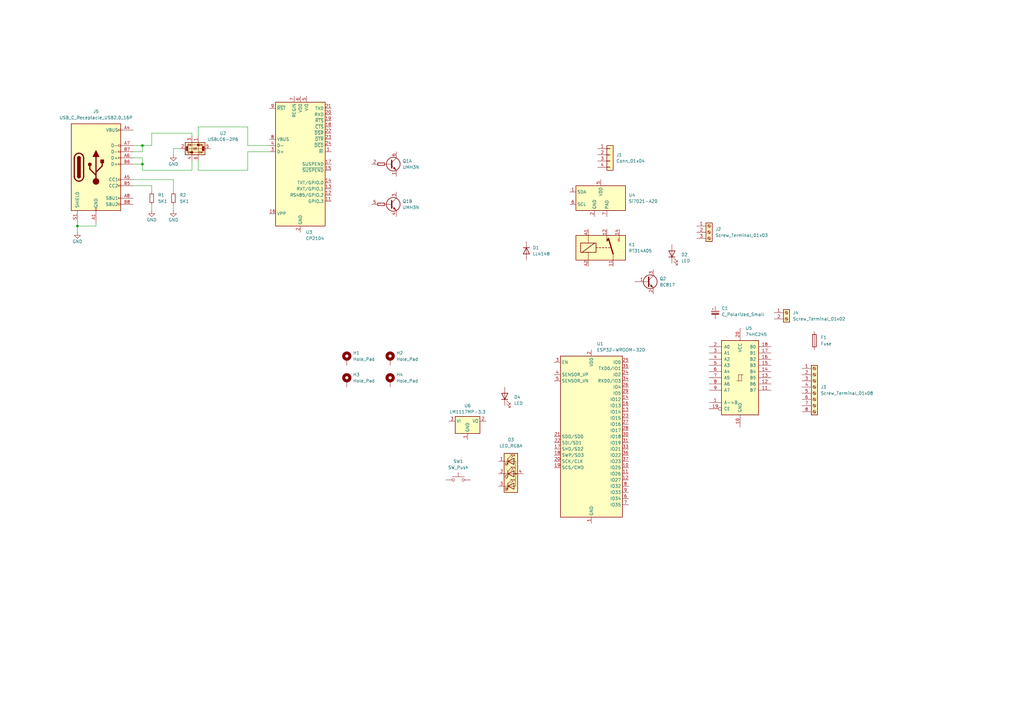
<source format=kicad_sch>
(kicad_sch (version 20231120) (generator "eeschema") (generator_version "8.0")
  (paper "A3")
  (title_block (title "esp32_iot_mortens_lab") (date "2025-02-24") (rev "0.1"))
  (lib_symbols
    (symbol "74xx:74HC245" (pin_names (offset 1.016))
      (property "Reference" "U" (at -7.62 16.51 0))
      (property "Value" "74HC245" (at -7.62 -16.51 0))
      (symbol "74HC245_1_0"
        (polyline (pts (xy -0.635 -1.27) (xy -0.635 1.27) (xy 0.635 1.27)))
        (polyline (pts (xy -1.27 -1.27) (xy 0.635 -1.27) (xy 0.635 1.27) (xy 1.27 1.27)))
        (pin input line (at -12.7 -10.16 0) (length 5.08) (name "A->B") (number "1"))
        (pin power_in line (at 0 -20.32 90) (length 5.08) (name "GND") (number "10"))
        (pin tri_state line (at 12.7 -5.08 180) (length 5.08) (name "B7") (number "11"))
        (pin tri_state line (at 12.7 -2.54 180) (length 5.08) (name "B6") (number "12"))
        (pin tri_state line (at 12.7 0 180) (length 5.08) (name "B5") (number "13"))
        (pin tri_state line (at 12.7 2.54 180) (length 5.08) (name "B4") (number "14"))
        (pin tri_state line (at 12.7 5.08 180) (length 5.08) (name "B3") (number "15"))
        (pin tri_state line (at 12.7 7.62 180) (length 5.08) (name "B2") (number "16"))
        (pin tri_state line (at 12.7 10.16 180) (length 5.08) (name "B1") (number "17"))
        (pin tri_state line (at 12.7 12.7 180) (length 5.08) (name "B0") (number "18"))
        (pin input inverted (at -12.7 -12.7 0) (length 5.08) (name "CE") (number "19"))
        (pin tri_state line (at -12.7 12.7 0) (length 5.08) (name "A0") (number "2"))
        (pin power_in line (at 0 20.32 270) (length 5.08) (name "VCC") (number "20"))
        (pin tri_state line (at -12.7 10.16 0) (length 5.08) (name "A1") (number "3"))
        (pin tri_state line (at -12.7 7.62 0) (length 5.08) (name "A2") (number "4"))
        (pin tri_state line (at -12.7 5.08 0) (length 5.08) (name "A3") (number "5"))
        (pin tri_state line (at -12.7 2.54 0) (length 5.08) (name "A4") (number "6"))
        (pin tri_state line (at -12.7 0 0) (length 5.08) (name "A5") (number "7"))
        (pin tri_state line (at -12.7 -2.54 0) (length 5.08) (name "A6") (number "8"))
        (pin tri_state line (at -12.7 -5.08 0) (length 5.08) (name "A7") (number "9"))
      )
      (symbol "74HC245_1_1"
        (rectangle (start -7.62 15.24) (end 7.62 -15.24) (stroke (width 0.254)) (fill (type background)))
      )
    )
    (symbol "Connector:Screw_Terminal_01x02" (pin_names (offset 1.016) hide)
      (property "Reference" "J" (at 0 2.54 0))
      (property "Value" "Screw_Terminal_01x02" (at 0 -5.08 0))
      (symbol "Screw_Terminal_01x02_1_1"
        (rectangle (start -1.27 1.27) (end 1.27 -3.81) (stroke (width 0.254)) (fill (type background)))
        (circle (center 0 -2.54) (radius 0.635) (stroke (width 0.1524)))
        (polyline (pts (xy -0.5334 -2.2098) (xy 0.3302 -3.048)) (stroke (width 0.1524)))
        (polyline (pts (xy -0.5334 0.3302) (xy 0.3302 -0.508)) (stroke (width 0.1524)))
        (polyline (pts (xy -0.3556 -2.032) (xy 0.508 -2.8702)) (stroke (width 0.1524)))
        (polyline (pts (xy -0.3556 0.508) (xy 0.508 -0.3302)) (stroke (width 0.1524)))
        (circle (center 0 0) (radius 0.635) (stroke (width 0.1524)))
        (pin passive line (at -5.08 0 0) (length 3.81) (name "Pin_1") (number "1"))
        (pin passive line (at -5.08 -2.54 0) (length 3.81) (name "Pin_2") (number "2"))
      )
    )
    (symbol "Connector:Screw_Terminal_01x03" (pin_names (offset 1.016) hide)
      (property "Reference" "J" (at 0 5.08 0))
      (property "Value" "Screw_Terminal_01x03" (at 0 -5.08 0))
      (symbol "Screw_Terminal_01x03_1_1"
        (rectangle (start -1.27 3.81) (end 1.27 -3.81) (stroke (width 0.254)) (fill (type background)))
        (circle (center 0 -2.54) (radius 0.635) (stroke (width 0.1524)))
        (polyline (pts (xy -0.5334 -2.2098) (xy 0.3302 -3.048)) (stroke (width 0.1524)))
        (polyline (pts (xy -0.5334 0.3302) (xy 0.3302 -0.508)) (stroke (width 0.1524)))
        (polyline (pts (xy -0.5334 2.8702) (xy 0.3302 2.032)) (stroke (width 0.1524)))
        (polyline (pts (xy -0.3556 -2.032) (xy 0.508 -2.8702)) (stroke (width 0.1524)))
        (polyline (pts (xy -0.3556 0.508) (xy 0.508 -0.3302)) (stroke (width 0.1524)))
        (polyline (pts (xy -0.3556 3.048) (xy 0.508 2.2098)) (stroke (width 0.1524)))
        (circle (center 0 0) (radius 0.635) (stroke (width 0.1524)))
        (circle (center 0 2.54) (radius 0.635) (stroke (width 0.1524)))
        (pin passive line (at -5.08 2.54 0) (length 3.81) (name "Pin_1") (number "1"))
        (pin passive line (at -5.08 0 0) (length 3.81) (name "Pin_2") (number "2"))
        (pin passive line (at -5.08 -2.54 0) (length 3.81) (name "Pin_3") (number "3"))
      )
    )
    (symbol "Connector:Screw_Terminal_01x08" (pin_names (offset 1.016) hide)
      (property "Reference" "J" (at 0 10.16 0))
      (property "Value" "Screw_Terminal_01x08" (at 0 -12.7 0))
      (symbol "Screw_Terminal_01x08_1_1"
        (rectangle (start -1.27 8.89) (end 1.27 -11.43) (stroke (width 0.254)) (fill (type background)))
        (circle (center 0 -10.16) (radius 0.635) (stroke (width 0.1524)))
        (circle (center 0 -7.62) (radius 0.635) (stroke (width 0.1524)))
        (circle (center 0 -5.08) (radius 0.635) (stroke (width 0.1524)))
        (circle (center 0 -2.54) (radius 0.635) (stroke (width 0.1524)))
        (polyline (pts (xy -0.5334 -9.8298) (xy 0.3302 -10.668)) (stroke (width 0.1524)))
        (polyline (pts (xy -0.5334 -7.2898) (xy 0.3302 -8.128)) (stroke (width 0.1524)))
        (polyline (pts (xy -0.5334 -4.7498) (xy 0.3302 -5.588)) (stroke (width 0.1524)))
        (polyline (pts (xy -0.5334 -2.2098) (xy 0.3302 -3.048)) (stroke (width 0.1524)))
        (polyline (pts (xy -0.5334 0.3302) (xy 0.3302 -0.508)) (stroke (width 0.1524)))
        (polyline (pts (xy -0.5334 2.8702) (xy 0.3302 2.032)) (stroke (width 0.1524)))
        (polyline (pts (xy -0.5334 5.4102) (xy 0.3302 4.572)) (stroke (width 0.1524)))
        (polyline (pts (xy -0.5334 7.9502) (xy 0.3302 7.112)) (stroke (width 0.1524)))
        (polyline (pts (xy -0.3556 -9.652) (xy 0.508 -10.4902)) (stroke (width 0.1524)))
        (polyline (pts (xy -0.3556 -7.112) (xy 0.508 -7.9502)) (stroke (width 0.1524)))
        (polyline (pts (xy -0.3556 -4.572) (xy 0.508 -5.4102)) (stroke (width 0.1524)))
        (polyline (pts (xy -0.3556 -2.032) (xy 0.508 -2.8702)) (stroke (width 0.1524)))
        (polyline (pts (xy -0.3556 0.508) (xy 0.508 -0.3302)) (stroke (width 0.1524)))
        (polyline (pts (xy -0.3556 3.048) (xy 0.508 2.2098)) (stroke (width 0.1524)))
        (polyline (pts (xy -0.3556 5.588) (xy 0.508 4.7498)) (stroke (width 0.1524)))
        (polyline (pts (xy -0.3556 8.128) (xy 0.508 7.2898)) (stroke (width 0.1524)))
        (circle (center 0 0) (radius 0.635) (stroke (width 0.1524)))
        (circle (center 0 2.54) (radius 0.635) (stroke (width 0.1524)))
        (circle (center 0 5.08) (radius 0.635) (stroke (width 0.1524)))
        (circle (center 0 7.62) (radius 0.635) (stroke (width 0.1524)))
        (pin passive line (at -5.08 7.62 0) (length 3.81) (name "Pin_1") (number "1"))
        (pin passive line (at -5.08 5.08 0) (length 3.81) (name "Pin_2") (number "2"))
        (pin passive line (at -5.08 2.54 0) (length 3.81) (name "Pin_3") (number "3"))
        (pin passive line (at -5.08 0 0) (length 3.81) (name "Pin_4") (number "4"))
        (pin passive line (at -5.08 -2.54 0) (length 3.81) (name "Pin_5") (number "5"))
        (pin passive line (at -5.08 -5.08 0) (length 3.81) (name "Pin_6") (number "6"))
        (pin passive line (at -5.08 -7.62 0) (length 3.81) (name "Pin_7") (number "7"))
        (pin passive line (at -5.08 -10.16 0) (length 3.81) (name "Pin_8") (number "8"))
      )
    )
    (symbol "Connector:USB_C_Receptacle_USB2.0_16P" (pin_names (offset 1.016))
      (property "Reference" "J5" (at 0 22.86 0))
      (property "Value" "USB_C_Receptacle_USB2.0_16P" (at 0 20.32 0))
      (symbol "USB_C_Receptacle_USB2.0_16P_0_0"
        (rectangle (start -0.254 -17.78) (end 0.254 -16.764))
        (rectangle (start 9.144 -4.826) (end 10.16 -5.334))
        (rectangle (start 9.144 1.524) (end 10.16 1.016))
        (rectangle (start 10.16 -14.986) (end 9.144 -15.494))
        (rectangle (start 10.16 -12.446) (end 9.144 -12.954))
        (rectangle (start 10.16 -7.366) (end 9.144 -7.874))
        (rectangle (start 10.16 4.064) (end 9.144 3.556))
        (rectangle (start 10.16 6.604) (end 9.144 6.096))
        (rectangle (start 10.16 9.144) (end 9.144 8.636))
        (rectangle (start 10.16 15.494) (end 9.144 14.986))
      )
      (symbol "USB_C_Receptacle_USB2.0_16P_0_1"
        (rectangle (start -10.16 17.78) (end 10.16 -17.78) (stroke (width 0.254)) (fill (type background)))
        (arc (start -8.89 -3.81) (mid -6.985 -5.7067) (end -5.08 -3.81) (stroke (width 0.508)))
        (arc (start -7.62 -3.81) (mid -6.985 -4.4423) (end -6.35 -3.81) (stroke (width 0.254)))
        (arc (start -7.62 -3.81) (mid -6.985 -4.4423) (end -6.35 -3.81) (stroke (width 0.254)) (fill (type outline)))
        (rectangle (start -7.62 -3.81) (end -6.35 3.81) (stroke (width 0.254)) (fill (type outline)))
        (arc (start -6.35 3.81) (mid -6.985 4.4423) (end -7.62 3.81) (stroke (width 0.254)))
        (arc (start -6.35 3.81) (mid -6.985 4.4423) (end -7.62 3.81) (stroke (width 0.254)) (fill (type outline)))
        (arc (start -5.08 3.81) (mid -6.985 5.7067) (end -8.89 3.81) (stroke (width 0.508)))
        (circle (center -2.54 1.143) (radius 0.635) (stroke (width 0.254)) (fill (type outline)))
        (circle (center 0 -5.842) (radius 1.27) (fill (type outline)))
        (polyline (pts (xy -8.89 -3.81) (xy -8.89 3.81)) (stroke (width 0.508)))
        (polyline (pts (xy -5.08 3.81) (xy -5.08 -3.81)) (stroke (width 0.508)))
        (polyline (pts (xy 0 -5.842) (xy 0 4.318)) (stroke (width 0.508)))
        (polyline (pts (xy 0 -3.302) (xy -2.54 -0.762) (xy -2.54 0.508)) (stroke (width 0.508)))
        (polyline (pts (xy 0 -2.032) (xy 2.54 0.508) (xy 2.54 1.778)) (stroke (width 0.508)))
        (polyline (pts (xy -1.27 4.318) (xy 0 6.858) (xy 1.27 4.318) (xy -1.27 4.318)) (stroke (width 0.254)) (fill (type outline)))
        (rectangle (start 1.905 1.778) (end 3.175 3.048) (stroke (width 0.254)) (fill (type outline)))
      )
      (symbol "USB_C_Receptacle_USB2.0_16P_1_1"
        (pin passive line (at 0 -22.86 90) (length 5.08) (name "GND") (number "A1"))
        (pin passive line (at 0 -22.86 90) (length 5.08) hide (name "GND") (number "A12"))
        (pin passive line (at 15.24 15.24 180) (length 5.08) (name "VBUS") (number "A4"))
        (pin bidirectional line (at 15.24 -5.08 180) (length 5.08) (name "CC1") (number "A5"))
        (pin bidirectional line (at 15.24 3.81 180) (length 5.08) (name "D+") (number "A6"))
        (pin bidirectional line (at 15.24 8.89 180) (length 5.08) (name "D-") (number "A7"))
        (pin bidirectional line (at 15.24 -12.7 180) (length 5.08) (name "SBU1") (number "A8"))
        (pin passive line (at 15.24 15.24 180) (length 5.08) hide (name "VBUS") (number "A9"))
        (pin passive line (at 0 -22.86 90) (length 5.08) hide (name "GND") (number "B1"))
        (pin passive line (at 0 -22.86 90) (length 5.08) hide (name "GND") (number "B12"))
        (pin passive line (at 15.24 15.24 180) (length 5.08) hide (name "VBUS") (number "B4"))
        (pin bidirectional line (at 15.24 -7.62 180) (length 5.08) (name "CC2") (number "B5"))
        (pin bidirectional line (at 15.24 1.27 180) (length 5.08) (name "D+") (number "B6"))
        (pin bidirectional line (at 15.24 6.35 180) (length 5.08) (name "D-") (number "B7"))
        (pin bidirectional line (at 15.24 -15.24 180) (length 5.08) (name "SBU2") (number "B8"))
        (pin passive line (at 15.24 15.24 180) (length 5.08) hide (name "VBUS") (number "B9"))
        (pin passive line (at -7.62 -22.86 90) (length 5.08) (name "SHIELD") (number "S1"))
      )
    )
    (symbol "Connector_Generic:Conn_01x04" (pin_names (offset 1.016) hide)
      (property "Reference" "J" (at 0 5.08 0))
      (property "Value" "Conn_01x04" (at 0 -7.62 0))
      (symbol "Conn_01x04_1_1"
        (rectangle (start -1.27 -4.953) (end 0 -5.207) (stroke (width 0.1524)))
        (rectangle (start -1.27 -2.413) (end 0 -2.667) (stroke (width 0.1524)))
        (rectangle (start -1.27 0.127) (end 0 -0.127) (stroke (width 0.1524)))
        (rectangle (start -1.27 2.667) (end 0 2.413) (stroke (width 0.1524)))
        (rectangle (start -1.27 3.81) (end 1.27 -6.35) (stroke (width 0.254)) (fill (type background)))
        (pin passive line (at -5.08 2.54 0) (length 3.81) (name "Pin_1") (number "1"))
        (pin passive line (at -5.08 0 0) (length 3.81) (name "Pin_2") (number "2"))
        (pin passive line (at -5.08 -2.54 0) (length 3.81) (name "Pin_3") (number "3"))
        (pin passive line (at -5.08 -5.08 0) (length 3.81) (name "Pin_4") (number "4"))
      )
    )
    (symbol "Device:C_Polarized_Small" (pin_numbers hide) (pin_names (offset 0.254) hide)
      (property "Reference" "C" (at 0.254 1.778 0))
      (property "Value" "C_Polarized_Small" (at 0.254 -2.032 0))
      (symbol "C_Polarized_Small_0_1"
        (rectangle (start -1.524 -0.3048) (end 1.524 -0.6858) (fill (type outline)))
        (rectangle (start -1.524 0.6858) (end 1.524 0.3048))
        (polyline (pts (xy -1.27 1.524) (xy -0.762 1.524)))
        (polyline (pts (xy -1.016 1.27) (xy -1.016 1.778)))
      )
      (symbol "C_Polarized_Small_1_1"
        (pin passive line (at 0 2.54 270) (length 1.8542) (name "~") (number "1"))
        (pin passive line (at 0 -2.54 90) (length 1.8542) (name "~") (number "2"))
      )
    )
    (symbol "Device:Fuse" (pin_numbers hide) (pin_names (offset 0))
      (property "Reference" "F" (at 2.032 0 90))
      (property "Value" "Fuse" (at -1.905 0 90))
      (symbol "Fuse_0_1"
        (rectangle (start -0.762 -2.54) (end 0.762 2.54) (stroke (width 0.254)))
        (polyline (pts (xy 0 2.54) (xy 0 -2.54)))
      )
      (symbol "Fuse_1_1"
        (pin passive line (at 0 3.81 270) (length 1.27) (name "~") (number "1"))
        (pin passive line (at 0 -3.81 90) (length 1.27) (name "~") (number "2"))
      )
    )
    (symbol "Device:LED" (pin_numbers hide) (pin_names (offset 1.016) hide)
      (property "Reference" "D" (at 0 2.54 0))
      (property "Value" "LED" (at 0 -2.54 0))
      (symbol "LED_0_1"
        (polyline (pts (xy -1.27 -1.27) (xy -1.27 1.27)) (stroke (width 0.254)))
        (polyline (pts (xy -1.27 0) (xy 1.27 0)))
        (polyline (pts (xy 1.27 -1.27) (xy 1.27 1.27) (xy -1.27 0) (xy 1.27 -1.27)) (stroke (width 0.254)))
        (polyline (pts (xy -3.048 -0.762) (xy -4.572 -2.286) (xy -3.81 -2.286) (xy -4.572 -2.286) (xy -4.572 -1.524)))
        (polyline (pts (xy -1.778 -0.762) (xy -3.302 -2.286) (xy -2.54 -2.286) (xy -3.302 -2.286) (xy -3.302 -1.524)))
      )
      (symbol "LED_1_1"
        (pin passive line (at -3.81 0 0) (length 2.54) (name "K") (number "1"))
        (pin passive line (at 3.81 0 180) (length 2.54) (name "A") (number "2"))
      )
    )
    (symbol "Device:LED_RGBA" (pin_names (offset 0) hide)
      (property "Reference" "D" (at 0 9.398 0))
      (property "Value" "LED_RGBA" (at 0 -8.89 0))
      (symbol "LED_RGBA_0_0"
        (text "B" (at -1.905 -6.35 0) (effects (font (size 1.27 1.27))))
        (text "G" (at -1.905 -1.27 0) (effects (font (size 1.27 1.27))))
        (text "R" (at -1.905 3.81 0) (effects (font (size 1.27 1.27))))
      )
      (symbol "LED_RGBA_0_1"
        (polyline (pts (xy -1.27 -5.08) (xy -2.54 -5.08)))
        (polyline (pts (xy -1.27 -5.08) (xy 1.27 -5.08)))
        (polyline (pts (xy -1.27 -3.81) (xy -1.27 -6.35)) (stroke (width 0.254)))
        (polyline (pts (xy -1.27 0) (xy -2.54 0)))
        (polyline (pts (xy -1.27 1.27) (xy -1.27 -1.27)) (stroke (width 0.254)))
        (polyline (pts (xy -1.27 5.08) (xy -2.54 5.08)))
        (polyline (pts (xy -1.27 5.08) (xy 1.27 5.08)))
        (polyline (pts (xy -1.27 6.35) (xy -1.27 3.81)) (stroke (width 0.254)))
        (polyline (pts (xy 1.27 0) (xy -1.27 0)))
        (polyline (pts (xy 1.27 0) (xy 2.54 0)))
        (polyline (pts (xy -1.27 1.27) (xy -1.27 -1.27) (xy -1.27 -1.27)))
        (polyline (pts (xy -1.27 6.35) (xy -1.27 3.81) (xy -1.27 3.81)))
        (polyline (pts (xy 1.27 -5.08) (xy 2.032 -5.08) (xy 2.032 5.08) (xy 1.27 5.08)))
        (polyline (pts (xy 1.27 -3.81) (xy 1.27 -6.35) (xy -1.27 -5.08) (xy 1.27 -3.81)) (stroke (width 0.254)))
        (polyline (pts (xy 1.27 1.27) (xy 1.27 -1.27) (xy -1.27 0) (xy 1.27 1.27)) (stroke (width 0.254)))
        (polyline (pts (xy 1.27 6.35) (xy 1.27 3.81) (xy -1.27 5.08) (xy 1.27 6.35)) (stroke (width 0.254)))
        (polyline (pts (xy -1.016 -3.81) (xy 0.508 -2.286) (xy -0.254 -2.286) (xy 0.508 -2.286) (xy 0.508 -3.048)))
        (polyline (pts (xy -1.016 1.27) (xy 0.508 2.794) (xy -0.254 2.794) (xy 0.508 2.794) (xy 0.508 2.032)))
        (polyline (pts (xy -1.016 6.35) (xy 0.508 7.874) (xy -0.254 7.874) (xy 0.508 7.874) (xy 0.508 7.112)))
        (polyline (pts (xy 0 -3.81) (xy 1.524 -2.286) (xy 0.762 -2.286) (xy 1.524 -2.286) (xy 1.524 -3.048)))
        (polyline (pts (xy 0 1.27) (xy 1.524 2.794) (xy 0.762 2.794) (xy 1.524 2.794) (xy 1.524 2.032)))
        (polyline (pts (xy 0 6.35) (xy 1.524 7.874) (xy 0.762 7.874) (xy 1.524 7.874) (xy 1.524 7.112)))
        (rectangle (start 1.27 -1.27) (end 1.27 1.27))
        (rectangle (start 1.27 1.27) (end 1.27 1.27))
        (rectangle (start 1.27 3.81) (end 1.27 6.35))
        (rectangle (start 1.27 6.35) (end 1.27 6.35))
        (circle (center 2.032 0) (radius 0.254) (fill (type outline)))
        (rectangle (start 2.794 8.382) (end -2.794 -7.62) (stroke (width 0.254)) (fill (type background)))
      )
      (symbol "LED_RGBA_1_1"
        (pin passive line (at -5.08 5.08 0) (length 2.54) (name "RK") (number "1"))
        (pin passive line (at -5.08 0 0) (length 2.54) (name "GK") (number "2"))
        (pin passive line (at -5.08 -5.08 0) (length 2.54) (name "BK") (number "3"))
        (pin passive line (at 5.08 0 180) (length 2.54) (name "A") (number "4"))
      )
    )
    (symbol "Device:R_Small" (pin_numbers hide) (pin_names (offset 0.254) hide)
      (property "Reference" "R" (at 0.762 0.508 0))
      (property "Value" "R_Small" (at 0.762 -1.016 0))
      (symbol "R_Small_0_1"
        (rectangle (start -0.762 1.778) (end 0.762 -1.778) (stroke (width 0.2032)))
      )
      (symbol "R_Small_1_1"
        (pin passive line (at 0 2.54 270) (length 0.762) (name "~") (number "1"))
        (pin passive line (at 0 -2.54 90) (length 0.762) (name "~") (number "2"))
      )
    )
    (symbol "Diode:LL4148" (pin_numbers hide) (pin_names hide)
      (property "Reference" "D" (at 0 2.54 0))
      (property "Value" "LL4148" (at 0 -2.54 0))
      (symbol "LL4148_0_1"
        (polyline (pts (xy -1.27 1.27) (xy -1.27 -1.27)) (stroke (width 0.254)))
        (polyline (pts (xy 1.27 0) (xy -1.27 0)))
        (polyline (pts (xy 1.27 1.27) (xy 1.27 -1.27) (xy -1.27 0) (xy 1.27 1.27)) (stroke (width 0.254)))
      )
      (symbol "LL4148_1_1"
        (pin passive line (at -3.81 0 0) (length 2.54) (name "K") (number "1"))
        (pin passive line (at 3.81 0 180) (length 2.54) (name "A") (number "2"))
      )
    )
    (symbol "Interface_USB:CP2104"
      (property "Reference" "U" (at -5.08 28.575 0))
      (property "Value" "CP2104" (at -5.08 26.67 0))
      (symbol "CP2104_1_1"
        (rectangle (start -10.16 25.4) (end 10.16 -25.4) (stroke (width 0.254)) (fill (type background)))
        (pin input line (at 12.7 5.08 180) (length 2.54) (name "~{RI}") (number "1"))
        (pin no_connect line (at 10.16 -20.32 180) (length 2.54) hide (name "NC") (number "10"))
        (pin bidirectional line (at 12.7 -15.24 180) (length 2.54) (name "GPIO.3") (number "11"))
        (pin bidirectional line (at 12.7 -12.7 180) (length 2.54) (name "RS485/GPIO.2") (number "12"))
        (pin bidirectional line (at 12.7 -10.16 180) (length 2.54) (name "RXT/GPIO.1") (number "13"))
        (pin bidirectional line (at 12.7 -7.62 180) (length 2.54) (name "TXT/GPIO.0") (number "14"))
        (pin output line (at 12.7 -2.54 180) (length 2.54) (name "~{SUSPEND}") (number "15"))
        (pin passive line (at -12.7 -20.32 0) (length 2.54) (name "VPP") (number "16"))
        (pin output line (at 12.7 0 180) (length 2.54) (name "SUSPEND") (number "17"))
        (pin input line (at 12.7 15.24 180) (length 2.54) (name "~{CTS}") (number "18"))
        (pin output line (at 12.7 17.78 180) (length 2.54) (name "~{RTS}") (number "19"))
        (pin power_in line (at 0 -27.94 90) (length 2.54) (name "GND") (number "2"))
        (pin input line (at 12.7 20.32 180) (length 2.54) (name "RXD") (number "20"))
        (pin output line (at 12.7 22.86 180) (length 2.54) (name "TXD") (number "21"))
        (pin input line (at 12.7 12.7 180) (length 2.54) (name "~{DSR}") (number "22"))
        (pin output line (at 12.7 10.16 180) (length 2.54) (name "~{DTR}") (number "23"))
        (pin input line (at 12.7 7.62 180) (length 2.54) (name "~{DCD}") (number "24"))
        (pin passive line (at 0 -27.94 90) (length 2.54) hide (name "GND") (number "25"))
        (pin bidirectional line (at -12.7 5.08 0) (length 2.54) (name "D+") (number "3"))
        (pin bidirectional line (at -12.7 7.62 0) (length 2.54) (name "D-") (number "4"))
        (pin power_in line (at 2.54 27.94 270) (length 2.54) (name "VIO") (number "5"))
        (pin power_in line (at 0 27.94 270) (length 2.54) (name "VDD") (number "6"))
        (pin power_in line (at -2.54 27.94 270) (length 2.54) (name "REGIN") (number "7"))
        (pin input line (at -12.7 10.16 0) (length 2.54) (name "VBUS") (number "8"))
        (pin bidirectional line (at -12.7 22.86 0) (length 2.54) (name "~{RST}") (number "9"))
      )
    )
    (symbol "Mechanical:MountingHole_Pad" (pin_numbers hide) (pin_names (offset 1.016) hide) (exclude_from_sim yes) (in_bom no)
      (property "Reference" "H" (at 0 6.35 0))
      (property "Value" "MountingHole_Pad" (at 0 4.445 0))
      (symbol "MountingHole_Pad_0_1"
        (circle (center 0 1.27) (radius 1.27) (stroke (width 1.27)))
      )
      (symbol "MountingHole_Pad_1_1"
        (pin input line (at 0 -2.54 90) (length 2.54) (name "1") (number "1"))
      )
    )
    (symbol "Power_Protection:USBLC6-2P6" (pin_names hide)
      (property "Reference" "U" (at 0.635 5.715 0))
      (property "Value" "USBLC6-2P6" (at 0.635 3.81 0))
      (symbol "USBLC6-2P6_0_0"
        (circle (center -1.524 0) (radius 0.0001) (stroke (width 0.508)))
        (circle (center -0.508 -4.572) (radius 0.0001) (stroke (width 0.508)))
        (circle (center -0.508 2.032) (radius 0.0001) (stroke (width 0.508)))
        (circle (center 0.508 -4.572) (radius 0.0001) (stroke (width 0.508)))
        (circle (center 0.508 2.032) (radius 0.0001) (stroke (width 0.508)))
        (circle (center 1.524 -2.54) (radius 0.0001) (stroke (width 0.508)))
      )
      (symbol "USBLC6-2P6_0_1"
        (polyline (pts (xy -2.54 -2.54) (xy 2.54 -2.54)))
        (polyline (pts (xy -2.54 0) (xy 2.54 0)))
        (polyline (pts (xy -2.032 -3.048) (xy -1.016 -3.048)))
        (polyline (pts (xy -1.016 1.524) (xy -2.032 1.524)))
        (polyline (pts (xy 1.016 -3.048) (xy 2.032 -3.048)))
        (polyline (pts (xy 1.016 1.524) (xy 2.032 1.524)))
        (polyline (pts (xy -0.508 -1.143) (xy -0.508 -0.762) (xy 0.508 -0.762)))
        (polyline (pts (xy -2.032 0.508) (xy -1.016 0.508) (xy -1.524 1.524) (xy -2.032 0.508)))
        (polyline (pts (xy -1.016 -4.064) (xy -2.032 -4.064) (xy -1.524 -3.048) (xy -1.016 -4.064)))
        (polyline (pts (xy 0.508 -1.778) (xy -0.508 -1.778) (xy 0 -0.762) (xy 0.508 -1.778)))
        (polyline (pts (xy 2.032 -4.064) (xy 1.016 -4.064) (xy 1.524 -3.048) (xy 2.032 -4.064)))
        (polyline (pts (xy 2.032 0.508) (xy 1.016 0.508) (xy 1.524 1.524) (xy 2.032 0.508)))
        (polyline (pts (xy 0 2.54) (xy -0.508 2.032) (xy 0.508 2.032) (xy 0 1.524) (xy 0 -4.064) (xy -0.508 -4.572) (xy 0.508 -4.572) (xy 0 -5.08)))
      )
      (symbol "USBLC6-2P6_1_1"
        (rectangle (start -2.54 2.794) (end 2.54 -5.334) (stroke (width 0.254)) (fill (type background)))
        (polyline (pts (xy -0.508 2.032) (xy -1.524 2.032) (xy -1.524 -4.572) (xy -0.508 -4.572)))
        (polyline (pts (xy 0.508 -4.572) (xy 1.524 -4.572) (xy 1.524 2.032) (xy 0.508 2.032)))
        (pin passive line (at -5.08 0 0) (length 2.54) (name "I/O1") (number "1"))
        (pin passive line (at 0 -7.62 90) (length 2.54) (name "GND") (number "2"))
        (pin passive line (at -5.08 -2.54 0) (length 2.54) (name "I/O2") (number "3"))
        (pin passive line (at 5.08 -2.54 180) (length 2.54) (name "I/O2") (number "4"))
        (pin passive line (at 0 5.08 270) (length 2.54) (name "VBUS") (number "5"))
        (pin passive line (at 5.08 0 180) (length 2.54) (name "I/O1") (number "6"))
      )
    )
    (symbol "RF_Module:ESP32-WROOM-32D"
      (property "Reference" "U" (at -12.7 34.29 0))
      (property "Value" "ESP32-WROOM-32D" (at 1.27 34.29 0))
      (symbol "ESP32-WROOM-32D_0_1"
        (rectangle (start -12.7 33.02) (end 12.7 -33.02) (stroke (width 0.254)) (fill (type background)))
      )
      (symbol "ESP32-WROOM-32D_1_1"
        (pin power_in line (at 0 -35.56 90) (length 2.54) (name "GND") (number "1"))
        (pin bidirectional line (at 15.24 -12.7 180) (length 2.54) (name "IO25") (number "10"))
        (pin bidirectional line (at 15.24 -15.24 180) (length 2.54) (name "IO26") (number "11"))
        (pin bidirectional line (at 15.24 -17.78 180) (length 2.54) (name "IO27") (number "12"))
        (pin bidirectional line (at 15.24 10.16 180) (length 2.54) (name "IO14") (number "13"))
        (pin bidirectional line (at 15.24 15.24 180) (length 2.54) (name "IO12") (number "14"))
        (pin passive line (at 0 -35.56 90) (length 2.54) hide (name "GND") (number "15"))
        (pin bidirectional line (at 15.24 12.7 180) (length 2.54) (name "IO13") (number "16"))
        (pin bidirectional line (at -15.24 -5.08 0) (length 2.54) (name "SHD/SD2") (number "17"))
        (pin bidirectional line (at -15.24 -7.62 0) (length 2.54) (name "SWP/SD3") (number "18"))
        (pin bidirectional line (at -15.24 -12.7 0) (length 2.54) (name "SCS/CMD") (number "19"))
        (pin power_in line (at 0 35.56 270) (length 2.54) (name "VDD") (number "2"))
        (pin bidirectional line (at -15.24 -10.16 0) (length 2.54) (name "SCK/CLK") (number "20"))
        (pin bidirectional line (at -15.24 0 0) (length 2.54) (name "SDO/SD0") (number "21"))
        (pin bidirectional line (at -15.24 -2.54 0) (length 2.54) (name "SDI/SD1") (number "22"))
        (pin bidirectional line (at 15.24 7.62 180) (length 2.54) (name "IO15") (number "23"))
        (pin bidirectional line (at 15.24 25.4 180) (length 2.54) (name "IO2") (number "24"))
        (pin bidirectional line (at 15.24 30.48 180) (length 2.54) (name "IO0") (number "25"))
        (pin bidirectional line (at 15.24 20.32 180) (length 2.54) (name "IO4") (number "26"))
        (pin bidirectional line (at 15.24 5.08 180) (length 2.54) (name "IO16") (number "27"))
        (pin bidirectional line (at 15.24 2.54 180) (length 2.54) (name "IO17") (number "28"))
        (pin bidirectional line (at 15.24 17.78 180) (length 2.54) (name "IO5") (number "29"))
        (pin input line (at -15.24 30.48 0) (length 2.54) (name "EN") (number "3"))
        (pin bidirectional line (at 15.24 0 180) (length 2.54) (name "IO18") (number "30"))
        (pin bidirectional line (at 15.24 -2.54 180) (length 2.54) (name "IO19") (number "31"))
        (pin no_connect line (at -12.7 -27.94 0) (length 2.54) hide (name "NC") (number "32"))
        (pin bidirectional line (at 15.24 -5.08 180) (length 2.54) (name "IO21") (number "33"))
        (pin bidirectional line (at 15.24 22.86 180) (length 2.54) (name "RXD0/IO3") (number "34"))
        (pin bidirectional line (at 15.24 27.94 180) (length 2.54) (name "TXD0/IO1") (number "35"))
        (pin bidirectional line (at 15.24 -7.62 180) (length 2.54) (name "IO22") (number "36"))
        (pin bidirectional line (at 15.24 -10.16 180) (length 2.54) (name "IO23") (number "37"))
        (pin passive line (at 0 -35.56 90) (length 2.54) hide (name "GND") (number "38"))
        (pin passive line (at 0 -35.56 90) (length 2.54) hide (name "GND") (number "39"))
        (pin input line (at -15.24 25.4 0) (length 2.54) (name "SENSOR_VP") (number "4"))
        (pin input line (at -15.24 22.86 0) (length 2.54) (name "SENSOR_VN") (number "5"))
        (pin input line (at 15.24 -25.4 180) (length 2.54) (name "IO34") (number "6"))
        (pin input line (at 15.24 -27.94 180) (length 2.54) (name "IO35") (number "7"))
        (pin bidirectional line (at 15.24 -20.32 180) (length 2.54) (name "IO32") (number "8"))
        (pin bidirectional line (at 15.24 -22.86 180) (length 2.54) (name "IO33") (number "9"))
      )
    )
    (symbol "Regulator_Linear:LM1117MP-3.3"
      (property "Reference" "U" (at -3.81 3.175 0))
      (property "Value" "LM1117MP-3.3" (at 0 3.175 0))
      (symbol "LM1117MP-3.3_0_1"
        (rectangle (start -5.08 -5.08) (end 5.08 1.905) (stroke (width 0.254)) (fill (type background)))
      )
      (symbol "LM1117MP-3.3_1_1"
        (pin power_in line (at 0 -7.62 90) (length 2.54) (name "GND") (number "1"))
        (pin power_out line (at 7.62 0 180) (length 2.54) (name "VO") (number "2"))
        (pin power_in line (at -7.62 0 0) (length 2.54) (name "VI") (number "3"))
      )
    )
    (symbol "Relay:RT314A05"
      (property "Reference" "K" (at 11.43 3.81 0))
      (property "Value" "RT314A05" (at 11.43 1.27 0))
      (symbol "RT314A05_0_0"
        (polyline (pts (xy -2.54 1.905) (xy -7.62 -1.905)) (stroke (width 0.254)))
      )
      (symbol "RT314A05_0_1"
        (rectangle (start -10.16 5.08) (end 10.16 -5.08) (stroke (width 0.254)) (fill (type background)))
        (rectangle (start -8.255 1.905) (end -1.905 -1.905) (stroke (width 0.254)))
        (polyline (pts (xy -5.08 -5.08) (xy -5.08 -1.905)))
        (polyline (pts (xy -5.08 5.08) (xy -5.08 1.905)))
        (polyline (pts (xy -1.905 0) (xy -1.27 0)) (stroke (width 0.254)))
        (polyline (pts (xy -0.635 0) (xy 0 0)) (stroke (width 0.254)))
        (polyline (pts (xy 0.635 0) (xy 1.27 0)) (stroke (width 0.254)))
        (polyline (pts (xy 1.905 0) (xy 2.54 0)) (stroke (width 0.254)))
        (polyline (pts (xy 3.175 0) (xy 3.81 0)) (stroke (width 0.254)))
        (polyline (pts (xy 5.08 -2.54) (xy 3.175 3.81)) (stroke (width 0.508)))
        (polyline (pts (xy 5.08 -2.54) (xy 5.08 -5.08)))
        (polyline (pts (xy 2.54 5.08) (xy 2.54 2.54) (xy 3.175 3.175) (xy 2.54 3.81)) (fill (type outline)))
        (polyline (pts (xy 7.62 5.08) (xy 7.62 2.54) (xy 6.985 3.175) (xy 7.62 3.81)))
      )
      (symbol "RT314A05_1_1"
        (pin passive line (at 5.08 -7.62 90) (length 2.54) (name "~") (number "11"))
        (pin passive line (at 2.54 7.62 270) (length 2.54) (name "~") (number "12"))
        (pin passive line (at 7.62 7.62 270) (length 2.54) (name "~") (number "14"))
        (pin passive line (at -5.08 7.62 270) (length 2.54) (name "~") (number "A1"))
        (pin passive line (at -5.08 -7.62 90) (length 2.54) (name "~") (number "A2"))
      )
    )
    (symbol "Sensor_Humidity:Si7021-A20"
      (property "Reference" "U" (at -5.08 7.62 0))
      (property "Value" "Si7021-A20" (at -10.16 10.16 0))
      (symbol "Si7021-A20_0_1"
        (rectangle (start -10.16 5.08) (end 10.16 -5.08) (stroke (width 0.254)) (fill (type background)))
      )
      (symbol "Si7021-A20_1_1"
        (pin bidirectional line (at -12.7 2.54 0) (length 2.54) (name "SDA") (number "1"))
        (pin power_in line (at -2.54 -7.62 90) (length 2.54) (name "GND") (number "2"))
        (pin no_connect line (at 10.16 2.54 180) (length 2.54) hide (name "NC") (number "3"))
        (pin no_connect line (at 10.16 -2.54 180) (length 2.54) hide (name "NC") (number "4"))
        (pin power_in line (at 0 7.62 270) (length 2.54) (name "VDD") (number "5"))
        (pin input line (at -12.7 -2.54 0) (length 2.54) (name "SCL") (number "6"))
        (pin passive line (at 2.54 -7.62 90) (length 2.54) (name "PAD") (number "7"))
      )
    )
    (symbol "Switch:SW_Push" (pin_numbers hide) (pin_names (offset 1.016) hide)
      (property "Reference" "SW" (at 1.27 2.54 0))
      (property "Value" "SW_Push" (at 0 -1.524 0))
      (symbol "SW_Push_0_1"
        (circle (center -2.032 0) (radius 0.508))
        (polyline (pts (xy 0 1.27) (xy 0 3.048)))
        (polyline (pts (xy 2.54 1.27) (xy -2.54 1.27)))
        (circle (center 2.032 0) (radius 0.508))
        (pin passive line (at -5.08 0 0) (length 2.54) (name "1") (number "1"))
        (pin passive line (at 5.08 0 180) (length 2.54) (name "2") (number "2"))
      )
    )
    (symbol "Transistor_BJT:BC817" (pin_names (offset 0) hide)
      (property "Reference" "Q" (at 5.08 1.905 0))
      (property "Value" "BC817" (at 5.08 0 0))
      (symbol "BC817_0_1"
        (polyline (pts (xy 0.635 0.635) (xy 2.54 2.54)))
        (polyline (pts (xy 0.635 -0.635) (xy 2.54 -2.54) (xy 2.54 -2.54)))
        (polyline (pts (xy 0.635 1.905) (xy 0.635 -1.905) (xy 0.635 -1.905)) (stroke (width 0.508)))
        (polyline (pts (xy 1.27 -1.778) (xy 1.778 -1.27) (xy 2.286 -2.286) (xy 1.27 -1.778) (xy 1.27 -1.778)) (fill (type outline)))
        (circle (center 1.27 0) (radius 2.8194) (stroke (width 0.254)))
      )
      (symbol "BC817_1_1"
        (pin input line (at -5.08 0 0) (length 5.715) (name "B") (number "1"))
        (pin passive line (at 2.54 -5.08 90) (length 2.54) (name "E") (number "2"))
        (pin passive line (at 2.54 5.08 270) (length 2.54) (name "C") (number "3"))
      )
    )
    (symbol "Transistor_BJT:UMH3N" (pin_names hide)
      (property "Reference" "Q" (at 7.62 1.27 0))
      (property "Value" "UMH3N" (at 7.62 -1.27 0))
      (symbol "UMH3N_0_1"
        (polyline (pts (xy 3.175 0) (xy 0.254 0)))
        (polyline (pts (xy 3.175 0.635) (xy 5.08 2.54)))
        (polyline (pts (xy 3.175 1.524) (xy 3.175 -1.524)) (stroke (width 0.508)))
        (polyline (pts (xy 3.175 -0.635) (xy 5.08 -2.54) (xy 5.08 -2.54)))
        (polyline (pts (xy 3.81 -1.778) (xy 4.318 -1.27) (xy 4.826 -2.286) (xy 3.81 -1.778) (xy 3.81 -1.778)) (fill (type outline)))
        (rectangle (start 0.254 0.508) (end -2.54 -0.508) (stroke (width 0.254)))
        (circle (center 3.81 0) (radius 2.8194) (stroke (width 0.254)))
      )
      (symbol "UMH3N_1_1"
        (pin passive line (at 5.08 -5.08 90) (length 2.54) (name "E1") (number "1"))
        (pin input line (at -5.08 0 0) (length 2.54) (name "B1") (number "2"))
        (pin passive line (at 5.08 5.08 270) (length 2.54) (name "C1") (number "6"))
      )
      (symbol "UMH3N_2_1"
        (pin passive line (at 5.08 5.08 270) (length 2.54) (name "C2") (number "3"))
        (pin passive line (at 5.08 -5.08 90) (length 2.54) (name "E2") (number "4"))
        (pin input line (at -5.08 0 0) (length 2.54) (name "B2") (number "5"))
      )
    )
    (symbol "power:GND" (power) (pin_numbers hide) (pin_names (offset 0) hide)
      (property "Value" "GND" (at 0 -3.81 0))
      (symbol "GND_0_1"
        (polyline (pts (xy 0 0) (xy 0 -1.27) (xy 1.27 -1.27) (xy 0 -2.54) (xy -1.27 -1.27) (xy 0 -1.27)))
      )
      (symbol "GND_1_1"
        (pin power_in line (at 0 0 270) (length 0) (name "~") (number "1"))
      )
    )
  )
  (junction (at 58.42 67.31))
  (junction (at 58.42 59.69))
  (junction (at 31.75 92.71))
  (wire (pts (xy 39.37 92.71) (xy 31.75 92.71)))
  (wire (pts (xy 71.12 60.96) (xy 73.66 60.96)))
  (wire (pts (xy 58.42 69.85) (xy 58.42 67.31)))
  (wire (pts (xy 81.28 52.07) (xy 101.6 52.07)))
  (wire (pts (xy 62.23 83.82) (xy 62.23 86.36)))
  (wire (pts (xy 71.12 73.66) (xy 71.12 78.74)))
  (wire (pts (xy 101.6 62.23) (xy 110.49 62.23)))
  (wire (pts (xy 39.37 91.44) (xy 39.37 92.71)))
  (wire (pts (xy 81.28 66.04) (xy 81.28 69.85)))
  (wire (pts (xy 58.42 69.85) (xy 78.74 69.85)))
  (wire (pts (xy 62.23 59.69) (xy 58.42 59.69)))
  (wire (pts (xy 81.28 55.88) (xy 81.28 52.07)))
  (wire (pts (xy 62.23 54.61) (xy 78.74 54.61)))
  (wire (pts (xy 62.23 76.2) (xy 62.23 78.74)))
  (wire (pts (xy 78.74 55.88) (xy 78.74 54.61)))
  (wire (pts (xy 81.28 69.85) (xy 101.6 69.85)))
  (wire (pts (xy 62.23 59.69) (xy 62.23 54.61)))
  (wire (pts (xy 58.42 59.69) (xy 54.61 59.69)))
  (wire (pts (xy 58.42 67.31) (xy 58.42 64.77)))
  (wire (pts (xy 78.74 66.04) (xy 78.74 69.85)))
  (wire (pts (xy 101.6 69.85) (xy 101.6 62.23)))
  (wire (pts (xy 54.61 62.23) (xy 58.42 62.23)))
  (wire (pts (xy 54.61 67.31) (xy 58.42 67.31)))
  (wire (pts (xy 101.6 59.69) (xy 110.49 59.69)))
  (wire (pts (xy 54.61 64.77) (xy 58.42 64.77)))
  (wire (pts (xy 71.12 63.5) (xy 71.12 60.96)))
  (wire (pts (xy 31.75 92.71) (xy 31.75 95.25)))
  (wire (pts (xy 31.75 91.44) (xy 31.75 92.71)))
  (wire (pts (xy 101.6 52.07) (xy 101.6 59.69)))
  (wire (pts (xy 71.12 83.82) (xy 71.12 86.36)))
  (wire (pts (xy 54.61 73.66) (xy 71.12 73.66)))
  (wire (pts (xy 54.61 76.2) (xy 62.23 76.2)))
  (wire (pts (xy 58.42 62.23) (xy 58.42 59.69)))
  (symbol (lib_id "Power_Protection:USBLC6-2P6") (at 81.28 60.96 270) (unit 1)
    (property "Reference" "U2" (at 91.44 54.6414 90))
    (property "Value" "USBLC6-2P6" (at 91.44 57.1814 90))
    (property "Footprint" "Package_TO_SOT_SMD:SOT-666" (effects (hide yes)))
    (property "Datasheet" "https://www.st.com/resource/en/datasheet/usblc6-2.pdf" (effects (hide yes)))
    (property "Description" "Very low capacitance ESD protection diode, 2 data-line, SOT-666" (effects (hide yes)))
  )
  (symbol (lib_id "Device:R_Small") (at 62.23 81.28 0) (unit 1)
    (property "Reference" "R1" (at 64.77 80.0099 0) (effects (justify left)))
    (property "Value" "5K1" (at 64.77 82.5499 0) (effects (justify left)))
    (property "Description" "Resistor, small symbol" (effects (hide yes)))
  )
  (symbol (lib_id "Device:LED") (at 275.59 104.14 90) (unit 1)
    (property "Reference" "D2" (at 279.4 104.4574 90) (effects (justify right)))
    (property "Value" "LED" (at 279.4 106.9974 90) (effects (justify right)))
    (property "Description" "Light emitting diode" (effects (hide yes)))
  )
  (symbol (lib_id "Device:LED") (at 207.01 162.56 90) (unit 1)
    (property "Reference" "D4" (at 210.82 162.8774 90) (effects (justify right)))
    (property "Value" "LED" (at 210.82 165.4174 90) (effects (justify right)))
    (property "Description" "Light emitting diode" (effects (hide yes)))
  )
  (symbol (lib_id "Sensor_Humidity:Si7021-A20") (at 246.38 81.28 0) (unit 1)
    (property "Reference" "U4" (at 257.81 80.0099 0) (effects (justify left)))
    (property "Value" "Si7021-A20" (at 257.81 82.5499 0) (effects (justify left)))
    (property "Footprint" "Package_DFN_QFN:DFN-6-1EP_3x3mm_P1mm_EP1.5x2.4mm" (effects (hide yes)))
    (property "Datasheet" "https://www.silabs.com/documents/public/data-sheets/Si7021-A20.pdf" (effects (hide yes)))
    (property "Description" "I2C Humidity and Temperature Sensor, DFN-6" (effects (hide yes)))
  )
  (symbol (lib_id "power:GND") (at 71.12 63.5 0) (unit 1)
    (property "Reference" "#PWR04" (effects (hide yes)))
    (property "Value" "GND" (at 71.12 67.31 0))
    (property "Description" "Power symbol creates a global label with name \"GND\" , ground" (effects (hide yes)))
  )
  (symbol (lib_id "power:GND") (at 62.23 86.36 0) (unit 1)
    (property "Reference" "#PWR02" (effects (hide yes)))
    (property "Value" "GND" (at 62.23 90.17 0))
    (property "Description" "Power symbol creates a global label with name \"GND\" , ground" (effects (hide yes)))
  )
  (symbol (lib_id "Device:R_Small") (at 71.12 81.28 0) (unit 1)
    (property "Reference" "R2" (at 73.66 80.0099 0) (effects (justify left)))
    (property "Value" "5K1" (at 73.66 82.5499 0) (effects (justify left)))
    (property "Description" "Resistor, small symbol" (effects (hide yes)))
  )
  (symbol (lib_id "power:GND") (at 71.12 86.36 0) (unit 1)
    (property "Reference" "#PWR03" (effects (hide yes)))
    (property "Value" "GND" (at 71.12 90.17 0))
    (property "Description" "Power symbol creates a global label with name \"GND\" , ground" (effects (hide yes)))
  )
  (symbol (lib_id "Switch:SW_Push") (at 187.96 196.85 0) (unit 1)
    (property "Reference" "SW1" (at 187.96 189.23 0))
    (property "Value" "SW_Push" (at 187.96 191.77 0))
    (property "Description" "Push button switch, generic, two pins" (effects (hide yes)))
  )
  (symbol (lib_id "Connector:Screw_Terminal_01x02") (at 322.58 128.27 0) (unit 1)
    (property "Reference" "J4" (at 325.12 128.2699 0) (effects (justify left)))
    (property "Value" "Screw_Terminal_01x02" (at 325.12 130.8099 0) (effects (justify left)))
    (property "Description" "Generic screw terminal, single row, 01x02, script generated (kicad-library-utils/schlib/autogen/connector/)" (effects (hide yes)))
  )
  (symbol (lib_id "Mechanical:MountingHole_Pad") (at 160.02 156.21 0) (unit 1) (exclude_from_sim yes) (in_bom no)
    (property "Reference" "H4" (at 162.56 153.6699 0) (effects (justify left)))
    (property "Value" "Hole_Pad" (at 162.56 156.2099 0) (effects (justify left)))
    (property "Description" "Mounting Hole with connection" (effects (hide yes)))
  )
  (symbol (lib_id "Connector:Screw_Terminal_01x08") (at 334.01 158.75 0) (unit 1)
    (property "Reference" "J3" (at 336.55 158.7499 0) (effects (justify left)))
    (property "Value" "Screw_Terminal_01x08" (at 336.55 161.2899 0) (effects (justify left)))
    (property "Description" "Generic screw terminal, single row, 01x08, script generated (kicad-library-utils/schlib/autogen/connector/)" (effects (hide yes)))
  )
  (symbol (lib_id "Mechanical:MountingHole_Pad") (at 142.24 156.21 0) (unit 1) (exclude_from_sim yes) (in_bom no)
    (property "Reference" "H3" (at 144.78 153.6699 0) (effects (justify left)))
    (property "Value" "Hole_Pad" (at 144.78 156.2099 0) (effects (justify left)))
    (property "Description" "Mounting Hole with connection" (effects (hide yes)))
  )
  (symbol (lib_id "Connector_Generic:Conn_01x04") (at 250.19 63.5 0) (unit 1)
    (property "Reference" "J1" (at 252.73 63.4999 0) (effects (justify left)))
    (property "Value" "Conn_01x04" (at 252.73 66.0399 0) (effects (justify left)))
    (property "Description" "Generic connector, single row, 01x04, script generated (kicad-library-utils/schlib/autogen/connector/)" (effects (hide yes)))
  )
  (symbol (lib_id "Transistor_BJT:UMH3N") (at 157.48 67.31 0) (unit 1)
    (property "Reference" "Q1" (at 165.1 66.0399 0) (effects (justify left)))
    (property "Value" "UMH3N" (at 165.1 68.5799 0) (effects (justify left)))
    (property "Footprint" "Package_TO_SOT_SMD:SOT-363_SC-70-6" (effects (hide yes)))
    (property "Datasheet" "http://rohmfs.rohm.com/en/products/databook/datasheet/discrete/transistor/digital/emh3t2r-e.pdf" (effects (hide yes)))
    (property "Description" "0.1A Ic, 50V Vce, Dual NPN Input Resistor Transistors, SOT-363" (effects (hide yes)))
  )
  (symbol (lib_id "74xx:74HC245") (at 303.53 154.94 0) (unit 1)
    (property "Reference" "U5" (at 305.7241 134.62 0) (effects (justify left)))
    (property "Value" "74HC245" (at 305.7241 137.16 0) (effects (justify left)))
    (property "Datasheet" "http://www.ti.com/lit/gpn/sn74HC245" (effects (hide yes)))
    (property "Description" "Octal BUS Transceivers, 3-State outputs" (effects (hide yes)))
  )
  (symbol (lib_id "power:GND") (at 31.75 95.25 0) (unit 1)
    (property "Reference" "#PWR01" (effects (hide yes)))
    (property "Value" "GND" (at 31.75 99.06 0))
    (property "Description" "Power symbol creates a global label with name \"GND\" , ground" (effects (hide yes)))
  )
  (symbol (lib_id "Device:LED_RGBA") (at 209.55 194.31 0) (unit 1)
    (property "Reference" "D3" (at 209.55 180.34 0))
    (property "Value" "LED_RGBA" (at 209.55 182.88 0))
    (property "Description" "RGB LED, red/green/blue/anode" (effects (hide yes)))
  )
  (symbol (lib_id "Transistor_BJT:BC817") (at 265.43 115.57 0) (unit 1)
    (property "Reference" "Q2" (at 270.51 114.2999 0) (effects (justify left)))
    (property "Value" "BC817" (at 270.51 116.8399 0) (effects (justify left)))
    (property "Footprint" "Package_TO_SOT_SMD:SOT-23" (effects (hide yes)))
    (property "Datasheet" "https://www.onsemi.com/pub/Collateral/BC818-D.pdf" (effects (hide yes)))
    (property "Description" "0.8A Ic, 45V Vce, NPN Transistor, SOT-23" (effects (hide yes)))
  )
  (symbol (lib_id "Connector:Screw_Terminal_01x03") (at 290.83 95.25 0) (unit 1)
    (property "Reference" "J2" (at 293.37 93.9799 0) (effects (justify left)))
    (property "Value" "Screw_Terminal_01x03" (at 293.37 96.5199 0) (effects (justify left)))
    (property "Description" "Generic screw terminal, single row, 01x03, script generated (kicad-library-utils/schlib/autogen/connector/)" (effects (hide yes)))
  )
  (symbol (lib_id "Device:Fuse") (at 334.01 139.7 0) (unit 1)
    (property "Reference" "F1" (at 336.55 138.4299 0) (effects (justify left)))
    (property "Value" "Fuse" (at 336.55 140.9699 0) (effects (justify left)))
    (property "Description" "Fuse" (effects (hide yes)))
  )
  (symbol (lib_id "Interface_USB:CP2104") (at 123.19 67.31 0) (unit 1)
    (property "Reference" "U3" (at 125.3841 95.25 0) (effects (justify left)))
    (property "Value" "CP2104" (at 125.3841 97.79 0) (effects (justify left)))
    (property "Footprint" "Package_DFN_QFN:QFN-24-1EP_4x4mm_P0.5mm_EP2.6x2.6mm" (effects (hide yes)))
    (property "Datasheet" "https://www.silabs.com/documents/public/data-sheets/cp2104.pdf" (effects (hide yes)))
    (property "Description" "Single-Chip USB-to-UART Bridge, USB 2.0 Full-Speed, 2Mbps UART, QFN-24" (effects (hide yes)))
  )
  (symbol (lib_id "Diode:LL4148") (at 215.9 102.87 270) (unit 1)
    (property "Reference" "D1" (at 218.44 101.5999 90) (effects (justify left)))
    (property "Value" "LL4148" (at 218.44 104.1399 90) (effects (justify left)))
    (property "Footprint" "Diode_SMD:D_MiniMELF" (effects (hide yes)))
    (property "Datasheet" "http://www.vishay.com/docs/85557/ll4148.pdf" (effects (hide yes)))
    (property "Description" "100V 0.15A standard switching diode, MiniMELF" (effects (hide yes)))
    (property "Sim.Device" "D" (effects (hide yes)))
    (property "Sim.Pins" "1=K 2=A" (effects (hide yes)))
  )
  (symbol (lib_id "Device:C_Polarized_Small") (at 293.37 128.27 0) (unit 1)
    (property "Reference" "C1" (at 295.91 126.4538 0) (effects (justify left)))
    (property "Value" "C_Polarized_Small" (at 295.91 128.9938 0) (effects (justify left)))
    (property "Description" "Polarized capacitor, small symbol" (effects (hide yes)))
  )
  (symbol (lib_id "Transistor_BJT:UMH3N") (at 157.48 83.82 0) (unit 2)
    (property "Reference" "Q1" (at 165.1 82.5499 0) (effects (justify left)))
    (property "Value" "UMH3N" (at 165.1 85.0899 0) (effects (justify left)))
    (property "Footprint" "Package_TO_SOT_SMD:SOT-363_SC-70-6" (effects (hide yes)))
    (property "Datasheet" "http://rohmfs.rohm.com/en/products/databook/datasheet/discrete/transistor/digital/emh3t2r-e.pdf" (effects (hide yes)))
    (property "Description" "0.1A Ic, 50V Vce, Dual NPN Input Resistor Transistors, SOT-363" (effects (hide yes)))
  )
  (symbol (lib_id "Mechanical:MountingHole_Pad") (at 142.24 147.32 0) (unit 1) (exclude_from_sim yes) (in_bom no)
    (property "Reference" "H1" (at 144.78 144.7799 0) (effects (justify left)))
    (property "Value" "Hole_Pad" (at 144.78 147.3199 0) (effects (justify left)))
    (property "Description" "Mounting Hole with connection" (effects (hide yes)))
  )
  (symbol (lib_id "Mechanical:MountingHole_Pad") (at 160.02 147.32 0) (unit 1) (exclude_from_sim yes) (in_bom no)
    (property "Reference" "H2" (at 162.56 144.7799 0) (effects (justify left)))
    (property "Value" "Hole_Pad" (at 162.56 147.3199 0) (effects (justify left)))
    (property "Description" "Mounting Hole with connection" (effects (hide yes)))
  )
  (symbol (lib_id "Connector:USB_C_Receptacle_USB2.0_16P") (at 39.37 68.58 0) (unit 1)
    (property "Reference" "J5" (at 39.37 45.72 0))
    (property "Value" "USB_C_Receptacle_USB2.0_16P" (at 39.37 48.26 0))
    (property "Datasheet" "https://www.usb.org/sites/default/files/documents/usb_type-c.zip" (effects (hide yes)))
    (property "Description" "USB 2.0-only 16P Type-C Receptacle connector" (effects (hide yes)))
  )
  (symbol (lib_id "RF_Module:ESP32-WROOM-32D") (at 242.57 179.07 0) (unit 1)
    (property "Reference" "U1" (at 244.7641 140.97 0) (effects (justify left)))
    (property "Value" "ESP32-WROOM-32D" (at 244.7641 143.51 0) (effects (justify left)))
    (property "Footprint" "RF_Module:ESP32-WROOM-32D" (effects (hide yes)))
    (property "Datasheet" "https://www.espressif.com/sites/default/files/documentation/esp32-wroom-32d_esp32-wroom-32u_datasheet_en.pdf" (effects (hide yes)))
    (property "Description" "RF Module, ESP32-D0WD SoC, Wi-Fi 802.11b/g/n, Bluetooth, BLE, 32-bit, 2.7-3.6V, onboard antenna, SMD" (effects (hide yes)))
  )
  (symbol (lib_id "Relay:RT314A05") (at 246.38 101.6 0) (unit 1)
    (property "Reference" "K1" (at 257.81 100.3299 0) (effects (justify left)))
    (property "Value" "RT314A05" (at 257.81 102.8699 0) (effects (justify left)))
    (property "Footprint" "Relay_THT:Relay_SPDT_Schrack-RT1-16A-FormC_RM5mm" (effects (hide yes)))
    (property "Datasheet" "https://www.te.com/commerce/DocumentDelivery/DDEController?Action=srchrtrv&DocNm=RT1_bistable&DocType=DS&DocLang=English" (effects (hide yes)))
    (property "Description" "Schrack RT1 relay, bistable single pole dual throw, single DC coil, 5V" (effects (hide yes)))
  )
  (symbol (lib_id "Regulator_Linear:LM1117MP-3.3") (at 191.77 172.72 0) (unit 1)
    (property "Reference" "U6" (at 191.77 166.37 0))
    (property "Value" "LM1117MP-3.3" (at 191.77 168.91 0))
    (property "Footprint" "Package_TO_SOT_SMD:SOT-223-3_TabPin2" (effects (hide yes)))
    (property "Datasheet" "http://www.ti.com/lit/ds/symlink/lm1117.pdf" (effects (hide yes)))
    (property "Description" "800mA Low-Dropout Linear Regulator, 3.3V fixed output, SOT-223" (effects (hide yes)))
  )
)
</source>
